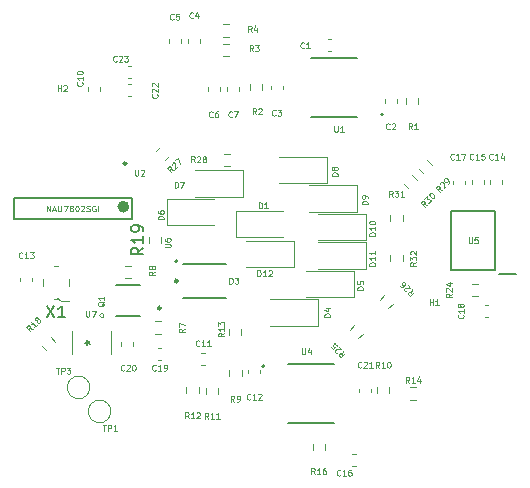
<source format=gbr>
%TF.GenerationSoftware,KiCad,Pcbnew,(6.0.0)*%
%TF.CreationDate,2023-06-19T18:06:32-05:00*%
%TF.ProjectId,RoundScanner,526f756e-6453-4636-916e-6e65722e6b69,1.0*%
%TF.SameCoordinates,Original*%
%TF.FileFunction,Legend,Top*%
%TF.FilePolarity,Positive*%
%FSLAX46Y46*%
G04 Gerber Fmt 4.6, Leading zero omitted, Abs format (unit mm)*
G04 Created by KiCad (PCBNEW (6.0.0)) date 2023-06-19 18:06:32*
%MOMM*%
%LPD*%
G01*
G04 APERTURE LIST*
%ADD10C,0.125000*%
%ADD11C,0.150000*%
%ADD12C,0.120000*%
%ADD13C,0.250000*%
%ADD14C,0.500000*%
%ADD15C,0.127000*%
%ADD16C,0.200000*%
G04 APERTURE END LIST*
D10*
%TO.C,D8*%
X95476190Y-102223047D02*
X94976190Y-102223047D01*
X94976190Y-102104000D01*
X95000000Y-102032571D01*
X95047619Y-101984952D01*
X95095238Y-101961142D01*
X95190476Y-101937333D01*
X95261904Y-101937333D01*
X95357142Y-101961142D01*
X95404761Y-101984952D01*
X95452380Y-102032571D01*
X95476190Y-102104000D01*
X95476190Y-102223047D01*
X95190476Y-101651619D02*
X95166666Y-101699238D01*
X95142857Y-101723047D01*
X95095238Y-101746857D01*
X95071428Y-101746857D01*
X95023809Y-101723047D01*
X95000000Y-101699238D01*
X94976190Y-101651619D01*
X94976190Y-101556380D01*
X95000000Y-101508761D01*
X95023809Y-101484952D01*
X95071428Y-101461142D01*
X95095238Y-101461142D01*
X95142857Y-101484952D01*
X95166666Y-101508761D01*
X95190476Y-101556380D01*
X95190476Y-101651619D01*
X95214285Y-101699238D01*
X95238095Y-101723047D01*
X95285714Y-101746857D01*
X95380952Y-101746857D01*
X95428571Y-101723047D01*
X95452380Y-101699238D01*
X95476190Y-101651619D01*
X95476190Y-101556380D01*
X95452380Y-101508761D01*
X95428571Y-101484952D01*
X95380952Y-101461142D01*
X95285714Y-101461142D01*
X95238095Y-101484952D01*
X95214285Y-101508761D01*
X95190476Y-101556380D01*
%TO.C,C7*%
X86530666Y-97206571D02*
X86506857Y-97230380D01*
X86435428Y-97254190D01*
X86387809Y-97254190D01*
X86316380Y-97230380D01*
X86268761Y-97182761D01*
X86244952Y-97135142D01*
X86221142Y-97039904D01*
X86221142Y-96968476D01*
X86244952Y-96873238D01*
X86268761Y-96825619D01*
X86316380Y-96778000D01*
X86387809Y-96754190D01*
X86435428Y-96754190D01*
X86506857Y-96778000D01*
X86530666Y-96801809D01*
X86697333Y-96754190D02*
X87030666Y-96754190D01*
X86816380Y-97254190D01*
%TO.C,C13*%
X68766571Y-109144571D02*
X68742761Y-109168380D01*
X68671333Y-109192190D01*
X68623714Y-109192190D01*
X68552285Y-109168380D01*
X68504666Y-109120761D01*
X68480857Y-109073142D01*
X68457047Y-108977904D01*
X68457047Y-108906476D01*
X68480857Y-108811238D01*
X68504666Y-108763619D01*
X68552285Y-108716000D01*
X68623714Y-108692190D01*
X68671333Y-108692190D01*
X68742761Y-108716000D01*
X68766571Y-108739809D01*
X69242761Y-109192190D02*
X68957047Y-109192190D01*
X69099904Y-109192190D02*
X69099904Y-108692190D01*
X69052285Y-108763619D01*
X69004666Y-108811238D01*
X68957047Y-108835047D01*
X69409428Y-108692190D02*
X69718952Y-108692190D01*
X69552285Y-108882666D01*
X69623714Y-108882666D01*
X69671333Y-108906476D01*
X69695142Y-108930285D01*
X69718952Y-108977904D01*
X69718952Y-109096952D01*
X69695142Y-109144571D01*
X69671333Y-109168380D01*
X69623714Y-109192190D01*
X69480857Y-109192190D01*
X69433238Y-109168380D01*
X69409428Y-109144571D01*
%TO.C,R29*%
X104326656Y-103384225D02*
X104040446Y-103333717D01*
X104124625Y-103586255D02*
X103771072Y-103232702D01*
X103905759Y-103098015D01*
X103956267Y-103081179D01*
X103989938Y-103081179D01*
X104040446Y-103098015D01*
X104090954Y-103148522D01*
X104107790Y-103199030D01*
X104107790Y-103232702D01*
X104090954Y-103283209D01*
X103956267Y-103417896D01*
X104141461Y-102929656D02*
X104141461Y-102895984D01*
X104158297Y-102845477D01*
X104242477Y-102761297D01*
X104292984Y-102744461D01*
X104326656Y-102744461D01*
X104377164Y-102761297D01*
X104410835Y-102794969D01*
X104444507Y-102862312D01*
X104444507Y-103266374D01*
X104663374Y-103047507D01*
X104831732Y-102879148D02*
X104899076Y-102811805D01*
X104915912Y-102761297D01*
X104915912Y-102727625D01*
X104899076Y-102643446D01*
X104848568Y-102559267D01*
X104713881Y-102424580D01*
X104663374Y-102407744D01*
X104629702Y-102407744D01*
X104579194Y-102424580D01*
X104511851Y-102491923D01*
X104495015Y-102542431D01*
X104495015Y-102576103D01*
X104511851Y-102626610D01*
X104596030Y-102710790D01*
X104646538Y-102727625D01*
X104680209Y-102727625D01*
X104730717Y-102710790D01*
X104798061Y-102643446D01*
X104814896Y-102592938D01*
X104814896Y-102559267D01*
X104798061Y-102508759D01*
%TO.C,R1*%
X101770666Y-98270190D02*
X101604000Y-98032095D01*
X101484952Y-98270190D02*
X101484952Y-97770190D01*
X101675428Y-97770190D01*
X101723047Y-97794000D01*
X101746857Y-97817809D01*
X101770666Y-97865428D01*
X101770666Y-97936857D01*
X101746857Y-97984476D01*
X101723047Y-98008285D01*
X101675428Y-98032095D01*
X101484952Y-98032095D01*
X102246857Y-98270190D02*
X101961142Y-98270190D01*
X102104000Y-98270190D02*
X102104000Y-97770190D01*
X102056380Y-97841619D01*
X102008761Y-97889238D01*
X101961142Y-97913047D01*
%TO.C,C3*%
X90213666Y-97079571D02*
X90189857Y-97103380D01*
X90118428Y-97127190D01*
X90070809Y-97127190D01*
X89999380Y-97103380D01*
X89951761Y-97055761D01*
X89927952Y-97008142D01*
X89904142Y-96912904D01*
X89904142Y-96841476D01*
X89927952Y-96746238D01*
X89951761Y-96698619D01*
X89999380Y-96651000D01*
X90070809Y-96627190D01*
X90118428Y-96627190D01*
X90189857Y-96651000D01*
X90213666Y-96674809D01*
X90380333Y-96627190D02*
X90689857Y-96627190D01*
X90523190Y-96817666D01*
X90594619Y-96817666D01*
X90642238Y-96841476D01*
X90666047Y-96865285D01*
X90689857Y-96912904D01*
X90689857Y-97031952D01*
X90666047Y-97079571D01*
X90642238Y-97103380D01*
X90594619Y-97127190D01*
X90451761Y-97127190D01*
X90404142Y-97103380D01*
X90380333Y-97079571D01*
%TO.C,C5*%
X81577666Y-88951571D02*
X81553857Y-88975380D01*
X81482428Y-88999190D01*
X81434809Y-88999190D01*
X81363380Y-88975380D01*
X81315761Y-88927761D01*
X81291952Y-88880142D01*
X81268142Y-88784904D01*
X81268142Y-88713476D01*
X81291952Y-88618238D01*
X81315761Y-88570619D01*
X81363380Y-88523000D01*
X81434809Y-88499190D01*
X81482428Y-88499190D01*
X81553857Y-88523000D01*
X81577666Y-88546809D01*
X82030047Y-88499190D02*
X81791952Y-88499190D01*
X81768142Y-88737285D01*
X81791952Y-88713476D01*
X81839571Y-88689666D01*
X81958619Y-88689666D01*
X82006238Y-88713476D01*
X82030047Y-88737285D01*
X82053857Y-88784904D01*
X82053857Y-88903952D01*
X82030047Y-88951571D01*
X82006238Y-88975380D01*
X81958619Y-88999190D01*
X81839571Y-88999190D01*
X81791952Y-88975380D01*
X81768142Y-88951571D01*
%TO.C,Q1*%
X75711809Y-112896869D02*
X75688000Y-112944488D01*
X75640380Y-112992107D01*
X75568952Y-113063535D01*
X75545142Y-113111154D01*
X75545142Y-113158773D01*
X75664190Y-113134964D02*
X75640380Y-113182583D01*
X75592761Y-113230202D01*
X75497523Y-113254011D01*
X75330857Y-113254011D01*
X75235619Y-113230202D01*
X75188000Y-113182583D01*
X75164190Y-113134964D01*
X75164190Y-113039726D01*
X75188000Y-112992107D01*
X75235619Y-112944488D01*
X75330857Y-112920678D01*
X75497523Y-112920678D01*
X75592761Y-112944488D01*
X75640380Y-112992107D01*
X75664190Y-113039726D01*
X75664190Y-113134964D01*
X75664190Y-112444488D02*
X75664190Y-112730202D01*
X75664190Y-112587345D02*
X75164190Y-112587345D01*
X75235619Y-112634964D01*
X75283238Y-112682583D01*
X75307047Y-112730202D01*
%TO.C,R16*%
X93531571Y-127480190D02*
X93364904Y-127242095D01*
X93245857Y-127480190D02*
X93245857Y-126980190D01*
X93436333Y-126980190D01*
X93483952Y-127004000D01*
X93507761Y-127027809D01*
X93531571Y-127075428D01*
X93531571Y-127146857D01*
X93507761Y-127194476D01*
X93483952Y-127218285D01*
X93436333Y-127242095D01*
X93245857Y-127242095D01*
X94007761Y-127480190D02*
X93722047Y-127480190D01*
X93864904Y-127480190D02*
X93864904Y-126980190D01*
X93817285Y-127051619D01*
X93769666Y-127099238D01*
X93722047Y-127123047D01*
X94436333Y-126980190D02*
X94341095Y-126980190D01*
X94293476Y-127004000D01*
X94269666Y-127027809D01*
X94222047Y-127099238D01*
X94198238Y-127194476D01*
X94198238Y-127384952D01*
X94222047Y-127432571D01*
X94245857Y-127456380D01*
X94293476Y-127480190D01*
X94388714Y-127480190D01*
X94436333Y-127456380D01*
X94460142Y-127432571D01*
X94483952Y-127384952D01*
X94483952Y-127265904D01*
X94460142Y-127218285D01*
X94436333Y-127194476D01*
X94388714Y-127170666D01*
X94293476Y-127170666D01*
X94245857Y-127194476D01*
X94222047Y-127218285D01*
X94198238Y-127265904D01*
%TO.C,R4*%
X88181666Y-90015190D02*
X88015000Y-89777095D01*
X87895952Y-90015190D02*
X87895952Y-89515190D01*
X88086428Y-89515190D01*
X88134047Y-89539000D01*
X88157857Y-89562809D01*
X88181666Y-89610428D01*
X88181666Y-89681857D01*
X88157857Y-89729476D01*
X88134047Y-89753285D01*
X88086428Y-89777095D01*
X87895952Y-89777095D01*
X88610238Y-89681857D02*
X88610238Y-90015190D01*
X88491190Y-89491380D02*
X88372142Y-89848523D01*
X88681666Y-89848523D01*
%TO.C,R13*%
X85857190Y-115540428D02*
X85619095Y-115707095D01*
X85857190Y-115826142D02*
X85357190Y-115826142D01*
X85357190Y-115635666D01*
X85381000Y-115588047D01*
X85404809Y-115564238D01*
X85452428Y-115540428D01*
X85523857Y-115540428D01*
X85571476Y-115564238D01*
X85595285Y-115588047D01*
X85619095Y-115635666D01*
X85619095Y-115826142D01*
X85857190Y-115064238D02*
X85857190Y-115349952D01*
X85857190Y-115207095D02*
X85357190Y-115207095D01*
X85428619Y-115254714D01*
X85476238Y-115302333D01*
X85500047Y-115349952D01*
X85357190Y-114897571D02*
X85357190Y-114588047D01*
X85547666Y-114754714D01*
X85547666Y-114683285D01*
X85571476Y-114635666D01*
X85595285Y-114611857D01*
X85642904Y-114588047D01*
X85761952Y-114588047D01*
X85809571Y-114611857D01*
X85833380Y-114635666D01*
X85857190Y-114683285D01*
X85857190Y-114826142D01*
X85833380Y-114873761D01*
X85809571Y-114897571D01*
%TO.C,C20*%
X77402571Y-118669571D02*
X77378761Y-118693380D01*
X77307333Y-118717190D01*
X77259714Y-118717190D01*
X77188285Y-118693380D01*
X77140666Y-118645761D01*
X77116857Y-118598142D01*
X77093047Y-118502904D01*
X77093047Y-118431476D01*
X77116857Y-118336238D01*
X77140666Y-118288619D01*
X77188285Y-118241000D01*
X77259714Y-118217190D01*
X77307333Y-118217190D01*
X77378761Y-118241000D01*
X77402571Y-118264809D01*
X77593047Y-118264809D02*
X77616857Y-118241000D01*
X77664476Y-118217190D01*
X77783523Y-118217190D01*
X77831142Y-118241000D01*
X77854952Y-118264809D01*
X77878761Y-118312428D01*
X77878761Y-118360047D01*
X77854952Y-118431476D01*
X77569238Y-118717190D01*
X77878761Y-118717190D01*
X78188285Y-118217190D02*
X78235904Y-118217190D01*
X78283523Y-118241000D01*
X78307333Y-118264809D01*
X78331142Y-118312428D01*
X78354952Y-118407666D01*
X78354952Y-118526714D01*
X78331142Y-118621952D01*
X78307333Y-118669571D01*
X78283523Y-118693380D01*
X78235904Y-118717190D01*
X78188285Y-118717190D01*
X78140666Y-118693380D01*
X78116857Y-118669571D01*
X78093047Y-118621952D01*
X78069238Y-118526714D01*
X78069238Y-118407666D01*
X78093047Y-118312428D01*
X78116857Y-118264809D01*
X78140666Y-118241000D01*
X78188285Y-118217190D01*
%TO.C,TP1*%
X75569047Y-123297190D02*
X75854761Y-123297190D01*
X75711904Y-123797190D02*
X75711904Y-123297190D01*
X76021428Y-123797190D02*
X76021428Y-123297190D01*
X76211904Y-123297190D01*
X76259523Y-123321000D01*
X76283333Y-123344809D01*
X76307142Y-123392428D01*
X76307142Y-123463857D01*
X76283333Y-123511476D01*
X76259523Y-123535285D01*
X76211904Y-123559095D01*
X76021428Y-123559095D01*
X76783333Y-123797190D02*
X76497619Y-123797190D01*
X76640476Y-123797190D02*
X76640476Y-123297190D01*
X76592857Y-123368619D01*
X76545238Y-123416238D01*
X76497619Y-123440047D01*
%TO.C,R7*%
X82509190Y-115152333D02*
X82271095Y-115319000D01*
X82509190Y-115438047D02*
X82009190Y-115438047D01*
X82009190Y-115247571D01*
X82033000Y-115199952D01*
X82056809Y-115176142D01*
X82104428Y-115152333D01*
X82175857Y-115152333D01*
X82223476Y-115176142D01*
X82247285Y-115199952D01*
X82271095Y-115247571D01*
X82271095Y-115438047D01*
X82009190Y-114985666D02*
X82009190Y-114652333D01*
X82509190Y-114866619D01*
%TO.C,H2*%
X71755047Y-95032190D02*
X71755047Y-94532190D01*
X71755047Y-94770285D02*
X72040761Y-94770285D01*
X72040761Y-95032190D02*
X72040761Y-94532190D01*
X72255047Y-94579809D02*
X72278857Y-94556000D01*
X72326476Y-94532190D01*
X72445523Y-94532190D01*
X72493142Y-94556000D01*
X72516952Y-94579809D01*
X72540761Y-94627428D01*
X72540761Y-94675047D01*
X72516952Y-94746476D01*
X72231238Y-95032190D01*
X72540761Y-95032190D01*
%TO.C,C2*%
X99865666Y-98222571D02*
X99841857Y-98246380D01*
X99770428Y-98270190D01*
X99722809Y-98270190D01*
X99651380Y-98246380D01*
X99603761Y-98198761D01*
X99579952Y-98151142D01*
X99556142Y-98055904D01*
X99556142Y-97984476D01*
X99579952Y-97889238D01*
X99603761Y-97841619D01*
X99651380Y-97794000D01*
X99722809Y-97770190D01*
X99770428Y-97770190D01*
X99841857Y-97794000D01*
X99865666Y-97817809D01*
X100056142Y-97817809D02*
X100079952Y-97794000D01*
X100127571Y-97770190D01*
X100246619Y-97770190D01*
X100294238Y-97794000D01*
X100318047Y-97817809D01*
X100341857Y-97865428D01*
X100341857Y-97913047D01*
X100318047Y-97984476D01*
X100032333Y-98270190D01*
X100341857Y-98270190D01*
%TO.C,C14*%
X108609571Y-100797571D02*
X108585761Y-100821380D01*
X108514333Y-100845190D01*
X108466714Y-100845190D01*
X108395285Y-100821380D01*
X108347666Y-100773761D01*
X108323857Y-100726142D01*
X108300047Y-100630904D01*
X108300047Y-100559476D01*
X108323857Y-100464238D01*
X108347666Y-100416619D01*
X108395285Y-100369000D01*
X108466714Y-100345190D01*
X108514333Y-100345190D01*
X108585761Y-100369000D01*
X108609571Y-100392809D01*
X109085761Y-100845190D02*
X108800047Y-100845190D01*
X108942904Y-100845190D02*
X108942904Y-100345190D01*
X108895285Y-100416619D01*
X108847666Y-100464238D01*
X108800047Y-100488047D01*
X109514333Y-100511857D02*
X109514333Y-100845190D01*
X109395285Y-100321380D02*
X109276238Y-100678523D01*
X109585761Y-100678523D01*
%TO.C,D12*%
X88673857Y-110709190D02*
X88673857Y-110209190D01*
X88792904Y-110209190D01*
X88864333Y-110233000D01*
X88911952Y-110280619D01*
X88935761Y-110328238D01*
X88959571Y-110423476D01*
X88959571Y-110494904D01*
X88935761Y-110590142D01*
X88911952Y-110637761D01*
X88864333Y-110685380D01*
X88792904Y-110709190D01*
X88673857Y-110709190D01*
X89435761Y-110709190D02*
X89150047Y-110709190D01*
X89292904Y-110709190D02*
X89292904Y-110209190D01*
X89245285Y-110280619D01*
X89197666Y-110328238D01*
X89150047Y-110352047D01*
X89626238Y-110256809D02*
X89650047Y-110233000D01*
X89697666Y-110209190D01*
X89816714Y-110209190D01*
X89864333Y-110233000D01*
X89888142Y-110256809D01*
X89911952Y-110304428D01*
X89911952Y-110352047D01*
X89888142Y-110423476D01*
X89602428Y-110709190D01*
X89911952Y-110709190D01*
%TO.C,D10*%
X98651190Y-107287142D02*
X98151190Y-107287142D01*
X98151190Y-107168095D01*
X98175000Y-107096666D01*
X98222619Y-107049047D01*
X98270238Y-107025238D01*
X98365476Y-107001428D01*
X98436904Y-107001428D01*
X98532142Y-107025238D01*
X98579761Y-107049047D01*
X98627380Y-107096666D01*
X98651190Y-107168095D01*
X98651190Y-107287142D01*
X98651190Y-106525238D02*
X98651190Y-106810952D01*
X98651190Y-106668095D02*
X98151190Y-106668095D01*
X98222619Y-106715714D01*
X98270238Y-106763333D01*
X98294047Y-106810952D01*
X98151190Y-106215714D02*
X98151190Y-106168095D01*
X98175000Y-106120476D01*
X98198809Y-106096666D01*
X98246428Y-106072857D01*
X98341666Y-106049047D01*
X98460714Y-106049047D01*
X98555952Y-106072857D01*
X98603571Y-106096666D01*
X98627380Y-106120476D01*
X98651190Y-106168095D01*
X98651190Y-106215714D01*
X98627380Y-106263333D01*
X98603571Y-106287142D01*
X98555952Y-106310952D01*
X98460714Y-106334761D01*
X98341666Y-106334761D01*
X98246428Y-106310952D01*
X98198809Y-106287142D01*
X98175000Y-106263333D01*
X98151190Y-106215714D01*
%TO.C,D5*%
X97635190Y-111875047D02*
X97135190Y-111875047D01*
X97135190Y-111756000D01*
X97159000Y-111684571D01*
X97206619Y-111636952D01*
X97254238Y-111613142D01*
X97349476Y-111589333D01*
X97420904Y-111589333D01*
X97516142Y-111613142D01*
X97563761Y-111636952D01*
X97611380Y-111684571D01*
X97635190Y-111756000D01*
X97635190Y-111875047D01*
X97135190Y-111136952D02*
X97135190Y-111375047D01*
X97373285Y-111398857D01*
X97349476Y-111375047D01*
X97325666Y-111327428D01*
X97325666Y-111208380D01*
X97349476Y-111160761D01*
X97373285Y-111136952D01*
X97420904Y-111113142D01*
X97539952Y-111113142D01*
X97587571Y-111136952D01*
X97611380Y-111160761D01*
X97635190Y-111208380D01*
X97635190Y-111327428D01*
X97611380Y-111375047D01*
X97587571Y-111398857D01*
%TO.C,C16*%
X95690571Y-127559571D02*
X95666761Y-127583380D01*
X95595333Y-127607190D01*
X95547714Y-127607190D01*
X95476285Y-127583380D01*
X95428666Y-127535761D01*
X95404857Y-127488142D01*
X95381047Y-127392904D01*
X95381047Y-127321476D01*
X95404857Y-127226238D01*
X95428666Y-127178619D01*
X95476285Y-127131000D01*
X95547714Y-127107190D01*
X95595333Y-127107190D01*
X95666761Y-127131000D01*
X95690571Y-127154809D01*
X96166761Y-127607190D02*
X95881047Y-127607190D01*
X96023904Y-127607190D02*
X96023904Y-127107190D01*
X95976285Y-127178619D01*
X95928666Y-127226238D01*
X95881047Y-127250047D01*
X96595333Y-127107190D02*
X96500095Y-127107190D01*
X96452476Y-127131000D01*
X96428666Y-127154809D01*
X96381047Y-127226238D01*
X96357238Y-127321476D01*
X96357238Y-127511952D01*
X96381047Y-127559571D01*
X96404857Y-127583380D01*
X96452476Y-127607190D01*
X96547714Y-127607190D01*
X96595333Y-127583380D01*
X96619142Y-127559571D01*
X96642952Y-127511952D01*
X96642952Y-127392904D01*
X96619142Y-127345285D01*
X96595333Y-127321476D01*
X96547714Y-127297666D01*
X96452476Y-127297666D01*
X96404857Y-127321476D01*
X96381047Y-127345285D01*
X96357238Y-127392904D01*
%TO.C,D9*%
X98016190Y-104636047D02*
X97516190Y-104636047D01*
X97516190Y-104517000D01*
X97540000Y-104445571D01*
X97587619Y-104397952D01*
X97635238Y-104374142D01*
X97730476Y-104350333D01*
X97801904Y-104350333D01*
X97897142Y-104374142D01*
X97944761Y-104397952D01*
X97992380Y-104445571D01*
X98016190Y-104517000D01*
X98016190Y-104636047D01*
X98016190Y-104112238D02*
X98016190Y-104017000D01*
X97992380Y-103969380D01*
X97968571Y-103945571D01*
X97897142Y-103897952D01*
X97801904Y-103874142D01*
X97611428Y-103874142D01*
X97563809Y-103897952D01*
X97540000Y-103921761D01*
X97516190Y-103969380D01*
X97516190Y-104064619D01*
X97540000Y-104112238D01*
X97563809Y-104136047D01*
X97611428Y-104159857D01*
X97730476Y-104159857D01*
X97778095Y-104136047D01*
X97801904Y-104112238D01*
X97825714Y-104064619D01*
X97825714Y-103969380D01*
X97801904Y-103921761D01*
X97778095Y-103897952D01*
X97730476Y-103874142D01*
%TO.C,C17*%
X105309571Y-100797571D02*
X105285761Y-100821380D01*
X105214333Y-100845190D01*
X105166714Y-100845190D01*
X105095285Y-100821380D01*
X105047666Y-100773761D01*
X105023857Y-100726142D01*
X105000047Y-100630904D01*
X105000047Y-100559476D01*
X105023857Y-100464238D01*
X105047666Y-100416619D01*
X105095285Y-100369000D01*
X105166714Y-100345190D01*
X105214333Y-100345190D01*
X105285761Y-100369000D01*
X105309571Y-100392809D01*
X105785761Y-100845190D02*
X105500047Y-100845190D01*
X105642904Y-100845190D02*
X105642904Y-100345190D01*
X105595285Y-100416619D01*
X105547666Y-100464238D01*
X105500047Y-100488047D01*
X105952428Y-100345190D02*
X106285761Y-100345190D01*
X106071476Y-100845190D01*
%TO.C,U2*%
X78305297Y-101707190D02*
X78305297Y-102111952D01*
X78329107Y-102159571D01*
X78352916Y-102183380D01*
X78400535Y-102207190D01*
X78495773Y-102207190D01*
X78543392Y-102183380D01*
X78567202Y-102159571D01*
X78591011Y-102111952D01*
X78591011Y-101707190D01*
X78805297Y-101754809D02*
X78829107Y-101731000D01*
X78876726Y-101707190D01*
X78995773Y-101707190D01*
X79043392Y-101731000D01*
X79067202Y-101754809D01*
X79091011Y-101802428D01*
X79091011Y-101850047D01*
X79067202Y-101921476D01*
X78781488Y-102207190D01*
X79091011Y-102207190D01*
X70846428Y-105236690D02*
X70846428Y-104736690D01*
X71132142Y-105236690D01*
X71132142Y-104736690D01*
X71346428Y-105093833D02*
X71584523Y-105093833D01*
X71298809Y-105236690D02*
X71465476Y-104736690D01*
X71632142Y-105236690D01*
X71798809Y-104736690D02*
X71798809Y-105141452D01*
X71822619Y-105189071D01*
X71846428Y-105212880D01*
X71894047Y-105236690D01*
X71989285Y-105236690D01*
X72036904Y-105212880D01*
X72060714Y-105189071D01*
X72084523Y-105141452D01*
X72084523Y-104736690D01*
X72275000Y-104736690D02*
X72608333Y-104736690D01*
X72394047Y-105236690D01*
X72870238Y-104950976D02*
X72822619Y-104927166D01*
X72798809Y-104903357D01*
X72775000Y-104855738D01*
X72775000Y-104831928D01*
X72798809Y-104784309D01*
X72822619Y-104760500D01*
X72870238Y-104736690D01*
X72965476Y-104736690D01*
X73013095Y-104760500D01*
X73036904Y-104784309D01*
X73060714Y-104831928D01*
X73060714Y-104855738D01*
X73036904Y-104903357D01*
X73013095Y-104927166D01*
X72965476Y-104950976D01*
X72870238Y-104950976D01*
X72822619Y-104974785D01*
X72798809Y-104998595D01*
X72775000Y-105046214D01*
X72775000Y-105141452D01*
X72798809Y-105189071D01*
X72822619Y-105212880D01*
X72870238Y-105236690D01*
X72965476Y-105236690D01*
X73013095Y-105212880D01*
X73036904Y-105189071D01*
X73060714Y-105141452D01*
X73060714Y-105046214D01*
X73036904Y-104998595D01*
X73013095Y-104974785D01*
X72965476Y-104950976D01*
X73370238Y-104736690D02*
X73417857Y-104736690D01*
X73465476Y-104760500D01*
X73489285Y-104784309D01*
X73513095Y-104831928D01*
X73536904Y-104927166D01*
X73536904Y-105046214D01*
X73513095Y-105141452D01*
X73489285Y-105189071D01*
X73465476Y-105212880D01*
X73417857Y-105236690D01*
X73370238Y-105236690D01*
X73322619Y-105212880D01*
X73298809Y-105189071D01*
X73275000Y-105141452D01*
X73251190Y-105046214D01*
X73251190Y-104927166D01*
X73275000Y-104831928D01*
X73298809Y-104784309D01*
X73322619Y-104760500D01*
X73370238Y-104736690D01*
X73727380Y-104784309D02*
X73751190Y-104760500D01*
X73798809Y-104736690D01*
X73917857Y-104736690D01*
X73965476Y-104760500D01*
X73989285Y-104784309D01*
X74013095Y-104831928D01*
X74013095Y-104879547D01*
X73989285Y-104950976D01*
X73703571Y-105236690D01*
X74013095Y-105236690D01*
X74203571Y-105212880D02*
X74275000Y-105236690D01*
X74394047Y-105236690D01*
X74441666Y-105212880D01*
X74465476Y-105189071D01*
X74489285Y-105141452D01*
X74489285Y-105093833D01*
X74465476Y-105046214D01*
X74441666Y-105022404D01*
X74394047Y-104998595D01*
X74298809Y-104974785D01*
X74251190Y-104950976D01*
X74227380Y-104927166D01*
X74203571Y-104879547D01*
X74203571Y-104831928D01*
X74227380Y-104784309D01*
X74251190Y-104760500D01*
X74298809Y-104736690D01*
X74417857Y-104736690D01*
X74489285Y-104760500D01*
X74965476Y-104760500D02*
X74917857Y-104736690D01*
X74846428Y-104736690D01*
X74775000Y-104760500D01*
X74727380Y-104808119D01*
X74703571Y-104855738D01*
X74679761Y-104950976D01*
X74679761Y-105022404D01*
X74703571Y-105117642D01*
X74727380Y-105165261D01*
X74775000Y-105212880D01*
X74846428Y-105236690D01*
X74894047Y-105236690D01*
X74965476Y-105212880D01*
X74989285Y-105189071D01*
X74989285Y-105022404D01*
X74894047Y-105022404D01*
X75203571Y-105236690D02*
X75203571Y-104736690D01*
%TO.C,R2*%
X88562666Y-97000190D02*
X88396000Y-96762095D01*
X88276952Y-97000190D02*
X88276952Y-96500190D01*
X88467428Y-96500190D01*
X88515047Y-96524000D01*
X88538857Y-96547809D01*
X88562666Y-96595428D01*
X88562666Y-96666857D01*
X88538857Y-96714476D01*
X88515047Y-96738285D01*
X88467428Y-96762095D01*
X88276952Y-96762095D01*
X88753142Y-96547809D02*
X88776952Y-96524000D01*
X88824571Y-96500190D01*
X88943619Y-96500190D01*
X88991238Y-96524000D01*
X89015047Y-96547809D01*
X89038857Y-96595428D01*
X89038857Y-96643047D01*
X89015047Y-96714476D01*
X88729333Y-97000190D01*
X89038857Y-97000190D01*
%TO.C,U4*%
X92440710Y-116839190D02*
X92440710Y-117243952D01*
X92464520Y-117291571D01*
X92488329Y-117315380D01*
X92535948Y-117339190D01*
X92631186Y-117339190D01*
X92678805Y-117315380D01*
X92702615Y-117291571D01*
X92726424Y-117243952D01*
X92726424Y-116839190D01*
X93178805Y-117005857D02*
X93178805Y-117339190D01*
X93059758Y-116815380D02*
X92940710Y-117172523D01*
X93250234Y-117172523D01*
%TO.C,D4*%
X94841190Y-114161047D02*
X94341190Y-114161047D01*
X94341190Y-114042000D01*
X94365000Y-113970571D01*
X94412619Y-113922952D01*
X94460238Y-113899142D01*
X94555476Y-113875333D01*
X94626904Y-113875333D01*
X94722142Y-113899142D01*
X94769761Y-113922952D01*
X94817380Y-113970571D01*
X94841190Y-114042000D01*
X94841190Y-114161047D01*
X94507857Y-113446761D02*
X94841190Y-113446761D01*
X94317380Y-113565809D02*
X94674523Y-113684857D01*
X94674523Y-113375333D01*
%TO.C,R12*%
X82863571Y-122757690D02*
X82696904Y-122519595D01*
X82577857Y-122757690D02*
X82577857Y-122257690D01*
X82768333Y-122257690D01*
X82815952Y-122281500D01*
X82839761Y-122305309D01*
X82863571Y-122352928D01*
X82863571Y-122424357D01*
X82839761Y-122471976D01*
X82815952Y-122495785D01*
X82768333Y-122519595D01*
X82577857Y-122519595D01*
X83339761Y-122757690D02*
X83054047Y-122757690D01*
X83196904Y-122757690D02*
X83196904Y-122257690D01*
X83149285Y-122329119D01*
X83101666Y-122376738D01*
X83054047Y-122400547D01*
X83530238Y-122305309D02*
X83554047Y-122281500D01*
X83601666Y-122257690D01*
X83720714Y-122257690D01*
X83768333Y-122281500D01*
X83792142Y-122305309D01*
X83815952Y-122352928D01*
X83815952Y-122400547D01*
X83792142Y-122471976D01*
X83506428Y-122757690D01*
X83815952Y-122757690D01*
%TO.C,C11*%
X83759571Y-116597571D02*
X83735761Y-116621380D01*
X83664333Y-116645190D01*
X83616714Y-116645190D01*
X83545285Y-116621380D01*
X83497666Y-116573761D01*
X83473857Y-116526142D01*
X83450047Y-116430904D01*
X83450047Y-116359476D01*
X83473857Y-116264238D01*
X83497666Y-116216619D01*
X83545285Y-116169000D01*
X83616714Y-116145190D01*
X83664333Y-116145190D01*
X83735761Y-116169000D01*
X83759571Y-116192809D01*
X84235761Y-116645190D02*
X83950047Y-116645190D01*
X84092904Y-116645190D02*
X84092904Y-116145190D01*
X84045285Y-116216619D01*
X83997666Y-116264238D01*
X83950047Y-116288047D01*
X84711952Y-116645190D02*
X84426238Y-116645190D01*
X84569095Y-116645190D02*
X84569095Y-116145190D01*
X84521476Y-116216619D01*
X84473857Y-116264238D01*
X84426238Y-116288047D01*
%TO.C,C6*%
X84879666Y-97206571D02*
X84855857Y-97230380D01*
X84784428Y-97254190D01*
X84736809Y-97254190D01*
X84665380Y-97230380D01*
X84617761Y-97182761D01*
X84593952Y-97135142D01*
X84570142Y-97039904D01*
X84570142Y-96968476D01*
X84593952Y-96873238D01*
X84617761Y-96825619D01*
X84665380Y-96778000D01*
X84736809Y-96754190D01*
X84784428Y-96754190D01*
X84855857Y-96778000D01*
X84879666Y-96801809D01*
X85308238Y-96754190D02*
X85213000Y-96754190D01*
X85165380Y-96778000D01*
X85141571Y-96801809D01*
X85093952Y-96873238D01*
X85070142Y-96968476D01*
X85070142Y-97158952D01*
X85093952Y-97206571D01*
X85117761Y-97230380D01*
X85165380Y-97254190D01*
X85260619Y-97254190D01*
X85308238Y-97230380D01*
X85332047Y-97206571D01*
X85355857Y-97158952D01*
X85355857Y-97039904D01*
X85332047Y-96992285D01*
X85308238Y-96968476D01*
X85260619Y-96944666D01*
X85165380Y-96944666D01*
X85117761Y-96968476D01*
X85093952Y-96992285D01*
X85070142Y-97039904D01*
%TO.C,R28*%
X83371571Y-101064190D02*
X83204904Y-100826095D01*
X83085857Y-101064190D02*
X83085857Y-100564190D01*
X83276333Y-100564190D01*
X83323952Y-100588000D01*
X83347761Y-100611809D01*
X83371571Y-100659428D01*
X83371571Y-100730857D01*
X83347761Y-100778476D01*
X83323952Y-100802285D01*
X83276333Y-100826095D01*
X83085857Y-100826095D01*
X83562047Y-100611809D02*
X83585857Y-100588000D01*
X83633476Y-100564190D01*
X83752523Y-100564190D01*
X83800142Y-100588000D01*
X83823952Y-100611809D01*
X83847761Y-100659428D01*
X83847761Y-100707047D01*
X83823952Y-100778476D01*
X83538238Y-101064190D01*
X83847761Y-101064190D01*
X84133476Y-100778476D02*
X84085857Y-100754666D01*
X84062047Y-100730857D01*
X84038238Y-100683238D01*
X84038238Y-100659428D01*
X84062047Y-100611809D01*
X84085857Y-100588000D01*
X84133476Y-100564190D01*
X84228714Y-100564190D01*
X84276333Y-100588000D01*
X84300142Y-100611809D01*
X84323952Y-100659428D01*
X84323952Y-100683238D01*
X84300142Y-100730857D01*
X84276333Y-100754666D01*
X84228714Y-100778476D01*
X84133476Y-100778476D01*
X84085857Y-100802285D01*
X84062047Y-100826095D01*
X84038238Y-100873714D01*
X84038238Y-100968952D01*
X84062047Y-101016571D01*
X84085857Y-101040380D01*
X84133476Y-101064190D01*
X84228714Y-101064190D01*
X84276333Y-101040380D01*
X84300142Y-101016571D01*
X84323952Y-100968952D01*
X84323952Y-100873714D01*
X84300142Y-100826095D01*
X84276333Y-100802285D01*
X84228714Y-100778476D01*
%TO.C,R14*%
X101532571Y-119733190D02*
X101365904Y-119495095D01*
X101246857Y-119733190D02*
X101246857Y-119233190D01*
X101437333Y-119233190D01*
X101484952Y-119257000D01*
X101508761Y-119280809D01*
X101532571Y-119328428D01*
X101532571Y-119399857D01*
X101508761Y-119447476D01*
X101484952Y-119471285D01*
X101437333Y-119495095D01*
X101246857Y-119495095D01*
X102008761Y-119733190D02*
X101723047Y-119733190D01*
X101865904Y-119733190D02*
X101865904Y-119233190D01*
X101818285Y-119304619D01*
X101770666Y-119352238D01*
X101723047Y-119376047D01*
X102437333Y-119399857D02*
X102437333Y-119733190D01*
X102318285Y-119209380D02*
X102199238Y-119566523D01*
X102508761Y-119566523D01*
%TO.C,R8*%
X80009190Y-110325333D02*
X79771095Y-110492000D01*
X80009190Y-110611047D02*
X79509190Y-110611047D01*
X79509190Y-110420571D01*
X79533000Y-110372952D01*
X79556809Y-110349142D01*
X79604428Y-110325333D01*
X79675857Y-110325333D01*
X79723476Y-110349142D01*
X79747285Y-110372952D01*
X79771095Y-110420571D01*
X79771095Y-110611047D01*
X79723476Y-110039619D02*
X79699666Y-110087238D01*
X79675857Y-110111047D01*
X79628238Y-110134857D01*
X79604428Y-110134857D01*
X79556809Y-110111047D01*
X79533000Y-110087238D01*
X79509190Y-110039619D01*
X79509190Y-109944380D01*
X79533000Y-109896761D01*
X79556809Y-109872952D01*
X79604428Y-109849142D01*
X79628238Y-109849142D01*
X79675857Y-109872952D01*
X79699666Y-109896761D01*
X79723476Y-109944380D01*
X79723476Y-110039619D01*
X79747285Y-110087238D01*
X79771095Y-110111047D01*
X79818714Y-110134857D01*
X79913952Y-110134857D01*
X79961571Y-110111047D01*
X79985380Y-110087238D01*
X80009190Y-110039619D01*
X80009190Y-109944380D01*
X79985380Y-109896761D01*
X79961571Y-109872952D01*
X79913952Y-109849142D01*
X79818714Y-109849142D01*
X79771095Y-109872952D01*
X79747285Y-109896761D01*
X79723476Y-109944380D01*
%TO.C,R26*%
X101733225Y-111827343D02*
X101682717Y-112113553D01*
X101935255Y-112029374D02*
X101581702Y-112382927D01*
X101447015Y-112248240D01*
X101430179Y-112197732D01*
X101430179Y-112164061D01*
X101447015Y-112113553D01*
X101497522Y-112063045D01*
X101548030Y-112046209D01*
X101581702Y-112046209D01*
X101632209Y-112063045D01*
X101766896Y-112197732D01*
X101278656Y-112012538D02*
X101244984Y-112012538D01*
X101194477Y-111995702D01*
X101110297Y-111911522D01*
X101093461Y-111861015D01*
X101093461Y-111827343D01*
X101110297Y-111776835D01*
X101143969Y-111743164D01*
X101211312Y-111709492D01*
X101615374Y-111709492D01*
X101396507Y-111490625D01*
X100739908Y-111541133D02*
X100807251Y-111608477D01*
X100857759Y-111625312D01*
X100891431Y-111625312D01*
X100975610Y-111608477D01*
X101059790Y-111557969D01*
X101194477Y-111423282D01*
X101211312Y-111372774D01*
X101211312Y-111339103D01*
X101194477Y-111288595D01*
X101127133Y-111221251D01*
X101076625Y-111204416D01*
X101042954Y-111204416D01*
X100992446Y-111221251D01*
X100908267Y-111305431D01*
X100891431Y-111355938D01*
X100891431Y-111389610D01*
X100908267Y-111440118D01*
X100975610Y-111507461D01*
X101026118Y-111524297D01*
X101059790Y-111524297D01*
X101110297Y-111507461D01*
%TO.C,C10*%
X73838571Y-94301428D02*
X73862380Y-94325238D01*
X73886190Y-94396666D01*
X73886190Y-94444285D01*
X73862380Y-94515714D01*
X73814761Y-94563333D01*
X73767142Y-94587142D01*
X73671904Y-94610952D01*
X73600476Y-94610952D01*
X73505238Y-94587142D01*
X73457619Y-94563333D01*
X73410000Y-94515714D01*
X73386190Y-94444285D01*
X73386190Y-94396666D01*
X73410000Y-94325238D01*
X73433809Y-94301428D01*
X73886190Y-93825238D02*
X73886190Y-94110952D01*
X73886190Y-93968095D02*
X73386190Y-93968095D01*
X73457619Y-94015714D01*
X73505238Y-94063333D01*
X73529047Y-94110952D01*
X73386190Y-93515714D02*
X73386190Y-93468095D01*
X73410000Y-93420476D01*
X73433809Y-93396666D01*
X73481428Y-93372857D01*
X73576666Y-93349047D01*
X73695714Y-93349047D01*
X73790952Y-93372857D01*
X73838571Y-93396666D01*
X73862380Y-93420476D01*
X73886190Y-93468095D01*
X73886190Y-93515714D01*
X73862380Y-93563333D01*
X73838571Y-93587142D01*
X73790952Y-93610952D01*
X73695714Y-93634761D01*
X73576666Y-93634761D01*
X73481428Y-93610952D01*
X73433809Y-93587142D01*
X73410000Y-93563333D01*
X73386190Y-93515714D01*
%TO.C,H1*%
X103251047Y-113193190D02*
X103251047Y-112693190D01*
X103251047Y-112931285D02*
X103536761Y-112931285D01*
X103536761Y-113193190D02*
X103536761Y-112693190D01*
X104036761Y-113193190D02*
X103751047Y-113193190D01*
X103893904Y-113193190D02*
X103893904Y-112693190D01*
X103846285Y-112764619D01*
X103798666Y-112812238D01*
X103751047Y-112836047D01*
D11*
%TO.C,X1*%
X70818476Y-113204380D02*
X71485142Y-114204380D01*
X71485142Y-113204380D02*
X70818476Y-114204380D01*
X72389904Y-114204380D02*
X71818476Y-114204380D01*
X72104190Y-114204380D02*
X72104190Y-113204380D01*
X72008952Y-113347238D01*
X71913714Y-113442476D01*
X71818476Y-113490095D01*
D10*
%TO.C,R18*%
X69655656Y-115195225D02*
X69369446Y-115144717D01*
X69453625Y-115397255D02*
X69100072Y-115043702D01*
X69234759Y-114909015D01*
X69285267Y-114892179D01*
X69318938Y-114892179D01*
X69369446Y-114909015D01*
X69419954Y-114959522D01*
X69436790Y-115010030D01*
X69436790Y-115043702D01*
X69419954Y-115094209D01*
X69285267Y-115228896D01*
X69992374Y-114858507D02*
X69790343Y-115060538D01*
X69891358Y-114959522D02*
X69537805Y-114605969D01*
X69554641Y-114690148D01*
X69554641Y-114757492D01*
X69537805Y-114808000D01*
X69992374Y-114454446D02*
X69941866Y-114471282D01*
X69908194Y-114471282D01*
X69857687Y-114454446D01*
X69840851Y-114437610D01*
X69824015Y-114387103D01*
X69824015Y-114353431D01*
X69840851Y-114302923D01*
X69908194Y-114235580D01*
X69958702Y-114218744D01*
X69992374Y-114218744D01*
X70042881Y-114235580D01*
X70059717Y-114252416D01*
X70076553Y-114302923D01*
X70076553Y-114336595D01*
X70059717Y-114387103D01*
X69992374Y-114454446D01*
X69975538Y-114504954D01*
X69975538Y-114538625D01*
X69992374Y-114589133D01*
X70059717Y-114656477D01*
X70110225Y-114673312D01*
X70143896Y-114673312D01*
X70194404Y-114656477D01*
X70261748Y-114589133D01*
X70278583Y-114538625D01*
X70278583Y-114504954D01*
X70261748Y-114454446D01*
X70194404Y-114387103D01*
X70143896Y-114370267D01*
X70110225Y-114370267D01*
X70059717Y-114387103D01*
%TO.C,C15*%
X106959571Y-100797571D02*
X106935761Y-100821380D01*
X106864333Y-100845190D01*
X106816714Y-100845190D01*
X106745285Y-100821380D01*
X106697666Y-100773761D01*
X106673857Y-100726142D01*
X106650047Y-100630904D01*
X106650047Y-100559476D01*
X106673857Y-100464238D01*
X106697666Y-100416619D01*
X106745285Y-100369000D01*
X106816714Y-100345190D01*
X106864333Y-100345190D01*
X106935761Y-100369000D01*
X106959571Y-100392809D01*
X107435761Y-100845190D02*
X107150047Y-100845190D01*
X107292904Y-100845190D02*
X107292904Y-100345190D01*
X107245285Y-100416619D01*
X107197666Y-100464238D01*
X107150047Y-100488047D01*
X107888142Y-100345190D02*
X107650047Y-100345190D01*
X107626238Y-100583285D01*
X107650047Y-100559476D01*
X107697666Y-100535666D01*
X107816714Y-100535666D01*
X107864333Y-100559476D01*
X107888142Y-100583285D01*
X107911952Y-100630904D01*
X107911952Y-100749952D01*
X107888142Y-100797571D01*
X107864333Y-100821380D01*
X107816714Y-100845190D01*
X107697666Y-100845190D01*
X107650047Y-100821380D01*
X107626238Y-100797571D01*
%TO.C,R31*%
X100135571Y-103985190D02*
X99968904Y-103747095D01*
X99849857Y-103985190D02*
X99849857Y-103485190D01*
X100040333Y-103485190D01*
X100087952Y-103509000D01*
X100111761Y-103532809D01*
X100135571Y-103580428D01*
X100135571Y-103651857D01*
X100111761Y-103699476D01*
X100087952Y-103723285D01*
X100040333Y-103747095D01*
X99849857Y-103747095D01*
X100302238Y-103485190D02*
X100611761Y-103485190D01*
X100445095Y-103675666D01*
X100516523Y-103675666D01*
X100564142Y-103699476D01*
X100587952Y-103723285D01*
X100611761Y-103770904D01*
X100611761Y-103889952D01*
X100587952Y-103937571D01*
X100564142Y-103961380D01*
X100516523Y-103985190D01*
X100373666Y-103985190D01*
X100326047Y-103961380D01*
X100302238Y-103937571D01*
X101087952Y-103985190D02*
X100802238Y-103985190D01*
X100945095Y-103985190D02*
X100945095Y-103485190D01*
X100897476Y-103556619D01*
X100849857Y-103604238D01*
X100802238Y-103628047D01*
%TO.C,U7*%
X74168047Y-113645190D02*
X74168047Y-114049952D01*
X74191857Y-114097571D01*
X74215666Y-114121380D01*
X74263285Y-114145190D01*
X74358523Y-114145190D01*
X74406142Y-114121380D01*
X74429952Y-114097571D01*
X74453761Y-114049952D01*
X74453761Y-113645190D01*
X74644238Y-113645190D02*
X74977571Y-113645190D01*
X74763285Y-114145190D01*
D11*
X74064880Y-116341500D02*
X74302976Y-116341500D01*
X74207738Y-116579595D02*
X74302976Y-116341500D01*
X74207738Y-116103404D01*
X74493452Y-116484357D02*
X74302976Y-116341500D01*
X74493452Y-116198642D01*
D10*
%TO.C,U1*%
X95184047Y-98005190D02*
X95184047Y-98409952D01*
X95207857Y-98457571D01*
X95231666Y-98481380D01*
X95279285Y-98505190D01*
X95374523Y-98505190D01*
X95422142Y-98481380D01*
X95445952Y-98457571D01*
X95469761Y-98409952D01*
X95469761Y-98005190D01*
X95969761Y-98505190D02*
X95684047Y-98505190D01*
X95826904Y-98505190D02*
X95826904Y-98005190D01*
X95779285Y-98076619D01*
X95731666Y-98124238D01*
X95684047Y-98148047D01*
%TO.C,R11*%
X84532623Y-122781190D02*
X84365956Y-122543095D01*
X84246909Y-122781190D02*
X84246909Y-122281190D01*
X84437385Y-122281190D01*
X84485004Y-122305000D01*
X84508813Y-122328809D01*
X84532623Y-122376428D01*
X84532623Y-122447857D01*
X84508813Y-122495476D01*
X84485004Y-122519285D01*
X84437385Y-122543095D01*
X84246909Y-122543095D01*
X85008813Y-122781190D02*
X84723099Y-122781190D01*
X84865956Y-122781190D02*
X84865956Y-122281190D01*
X84818337Y-122352619D01*
X84770718Y-122400238D01*
X84723099Y-122424047D01*
X85485004Y-122781190D02*
X85199290Y-122781190D01*
X85342147Y-122781190D02*
X85342147Y-122281190D01*
X85294528Y-122352619D01*
X85246909Y-122400238D01*
X85199290Y-122424047D01*
%TO.C,D1*%
X88784952Y-104978190D02*
X88784952Y-104478190D01*
X88904000Y-104478190D01*
X88975428Y-104502000D01*
X89023047Y-104549619D01*
X89046857Y-104597238D01*
X89070666Y-104692476D01*
X89070666Y-104763904D01*
X89046857Y-104859142D01*
X89023047Y-104906761D01*
X88975428Y-104954380D01*
X88904000Y-104978190D01*
X88784952Y-104978190D01*
X89546857Y-104978190D02*
X89261142Y-104978190D01*
X89404000Y-104978190D02*
X89404000Y-104478190D01*
X89356380Y-104549619D01*
X89308761Y-104597238D01*
X89261142Y-104621047D01*
D11*
%TO.C,R19*%
X79003380Y-108311857D02*
X78527190Y-108645190D01*
X79003380Y-108883285D02*
X78003380Y-108883285D01*
X78003380Y-108502333D01*
X78051000Y-108407095D01*
X78098619Y-108359476D01*
X78193857Y-108311857D01*
X78336714Y-108311857D01*
X78431952Y-108359476D01*
X78479571Y-108407095D01*
X78527190Y-108502333D01*
X78527190Y-108883285D01*
X79003380Y-107359476D02*
X79003380Y-107930904D01*
X79003380Y-107645190D02*
X78003380Y-107645190D01*
X78146238Y-107740428D01*
X78241476Y-107835666D01*
X78289095Y-107930904D01*
X79003380Y-106883285D02*
X79003380Y-106692809D01*
X78955761Y-106597571D01*
X78908142Y-106549952D01*
X78765285Y-106454714D01*
X78574809Y-106407095D01*
X78193857Y-106407095D01*
X78098619Y-106454714D01*
X78051000Y-106502333D01*
X78003380Y-106597571D01*
X78003380Y-106788047D01*
X78051000Y-106883285D01*
X78098619Y-106930904D01*
X78193857Y-106978523D01*
X78431952Y-106978523D01*
X78527190Y-106930904D01*
X78574809Y-106883285D01*
X78622428Y-106788047D01*
X78622428Y-106597571D01*
X78574809Y-106502333D01*
X78527190Y-106454714D01*
X78431952Y-106407095D01*
D10*
%TO.C,D3*%
X86310607Y-111351190D02*
X86310607Y-110851190D01*
X86429654Y-110851190D01*
X86501083Y-110875000D01*
X86548702Y-110922619D01*
X86572511Y-110970238D01*
X86596321Y-111065476D01*
X86596321Y-111136904D01*
X86572511Y-111232142D01*
X86548702Y-111279761D01*
X86501083Y-111327380D01*
X86429654Y-111351190D01*
X86310607Y-111351190D01*
X86762988Y-110851190D02*
X87072511Y-110851190D01*
X86905845Y-111041666D01*
X86977273Y-111041666D01*
X87024892Y-111065476D01*
X87048702Y-111089285D01*
X87072511Y-111136904D01*
X87072511Y-111255952D01*
X87048702Y-111303571D01*
X87024892Y-111327380D01*
X86977273Y-111351190D01*
X86834416Y-111351190D01*
X86786797Y-111327380D01*
X86762988Y-111303571D01*
%TO.C,C22*%
X80188571Y-95317428D02*
X80212380Y-95341238D01*
X80236190Y-95412666D01*
X80236190Y-95460285D01*
X80212380Y-95531714D01*
X80164761Y-95579333D01*
X80117142Y-95603142D01*
X80021904Y-95626952D01*
X79950476Y-95626952D01*
X79855238Y-95603142D01*
X79807619Y-95579333D01*
X79760000Y-95531714D01*
X79736190Y-95460285D01*
X79736190Y-95412666D01*
X79760000Y-95341238D01*
X79783809Y-95317428D01*
X79783809Y-95126952D02*
X79760000Y-95103142D01*
X79736190Y-95055523D01*
X79736190Y-94936476D01*
X79760000Y-94888857D01*
X79783809Y-94865047D01*
X79831428Y-94841238D01*
X79879047Y-94841238D01*
X79950476Y-94865047D01*
X80236190Y-95150761D01*
X80236190Y-94841238D01*
X79783809Y-94650761D02*
X79760000Y-94626952D01*
X79736190Y-94579333D01*
X79736190Y-94460285D01*
X79760000Y-94412666D01*
X79783809Y-94388857D01*
X79831428Y-94365047D01*
X79879047Y-94365047D01*
X79950476Y-94388857D01*
X80236190Y-94674571D01*
X80236190Y-94365047D01*
%TO.C,R27*%
X81588819Y-101728388D02*
X81302609Y-101677880D01*
X81386788Y-101930418D02*
X81033235Y-101576865D01*
X81167922Y-101442178D01*
X81218430Y-101425342D01*
X81252101Y-101425342D01*
X81302609Y-101442178D01*
X81353117Y-101492685D01*
X81369953Y-101543193D01*
X81369953Y-101576865D01*
X81353117Y-101627372D01*
X81218430Y-101762059D01*
X81403624Y-101273819D02*
X81403624Y-101240147D01*
X81420460Y-101189640D01*
X81504640Y-101105460D01*
X81555147Y-101088624D01*
X81588819Y-101088624D01*
X81639327Y-101105460D01*
X81672998Y-101139132D01*
X81706670Y-101206475D01*
X81706670Y-101610537D01*
X81925537Y-101391670D01*
X81689834Y-100920266D02*
X81925537Y-100684563D01*
X82127567Y-101189640D01*
%TO.C,D11*%
X98651190Y-109827142D02*
X98151190Y-109827142D01*
X98151190Y-109708095D01*
X98175000Y-109636666D01*
X98222619Y-109589047D01*
X98270238Y-109565238D01*
X98365476Y-109541428D01*
X98436904Y-109541428D01*
X98532142Y-109565238D01*
X98579761Y-109589047D01*
X98627380Y-109636666D01*
X98651190Y-109708095D01*
X98651190Y-109827142D01*
X98651190Y-109065238D02*
X98651190Y-109350952D01*
X98651190Y-109208095D02*
X98151190Y-109208095D01*
X98222619Y-109255714D01*
X98270238Y-109303333D01*
X98294047Y-109350952D01*
X98651190Y-108589047D02*
X98651190Y-108874761D01*
X98651190Y-108731904D02*
X98151190Y-108731904D01*
X98222619Y-108779523D01*
X98270238Y-108827142D01*
X98294047Y-108874761D01*
%TO.C,C23*%
X76767571Y-92507571D02*
X76743761Y-92531380D01*
X76672333Y-92555190D01*
X76624714Y-92555190D01*
X76553285Y-92531380D01*
X76505666Y-92483761D01*
X76481857Y-92436142D01*
X76458047Y-92340904D01*
X76458047Y-92269476D01*
X76481857Y-92174238D01*
X76505666Y-92126619D01*
X76553285Y-92079000D01*
X76624714Y-92055190D01*
X76672333Y-92055190D01*
X76743761Y-92079000D01*
X76767571Y-92102809D01*
X76958047Y-92102809D02*
X76981857Y-92079000D01*
X77029476Y-92055190D01*
X77148523Y-92055190D01*
X77196142Y-92079000D01*
X77219952Y-92102809D01*
X77243761Y-92150428D01*
X77243761Y-92198047D01*
X77219952Y-92269476D01*
X76934238Y-92555190D01*
X77243761Y-92555190D01*
X77410428Y-92055190D02*
X77719952Y-92055190D01*
X77553285Y-92245666D01*
X77624714Y-92245666D01*
X77672333Y-92269476D01*
X77696142Y-92293285D01*
X77719952Y-92340904D01*
X77719952Y-92459952D01*
X77696142Y-92507571D01*
X77672333Y-92531380D01*
X77624714Y-92555190D01*
X77481857Y-92555190D01*
X77434238Y-92531380D01*
X77410428Y-92507571D01*
%TO.C,R10*%
X98992571Y-118463190D02*
X98825904Y-118225095D01*
X98706857Y-118463190D02*
X98706857Y-117963190D01*
X98897333Y-117963190D01*
X98944952Y-117987000D01*
X98968761Y-118010809D01*
X98992571Y-118058428D01*
X98992571Y-118129857D01*
X98968761Y-118177476D01*
X98944952Y-118201285D01*
X98897333Y-118225095D01*
X98706857Y-118225095D01*
X99468761Y-118463190D02*
X99183047Y-118463190D01*
X99325904Y-118463190D02*
X99325904Y-117963190D01*
X99278285Y-118034619D01*
X99230666Y-118082238D01*
X99183047Y-118106047D01*
X99778285Y-117963190D02*
X99825904Y-117963190D01*
X99873523Y-117987000D01*
X99897333Y-118010809D01*
X99921142Y-118058428D01*
X99944952Y-118153666D01*
X99944952Y-118272714D01*
X99921142Y-118367952D01*
X99897333Y-118415571D01*
X99873523Y-118439380D01*
X99825904Y-118463190D01*
X99778285Y-118463190D01*
X99730666Y-118439380D01*
X99706857Y-118415571D01*
X99683047Y-118367952D01*
X99659238Y-118272714D01*
X99659238Y-118153666D01*
X99683047Y-118058428D01*
X99706857Y-118010809D01*
X99730666Y-117987000D01*
X99778285Y-117963190D01*
%TO.C,C1*%
X92626666Y-91364571D02*
X92602857Y-91388380D01*
X92531428Y-91412190D01*
X92483809Y-91412190D01*
X92412380Y-91388380D01*
X92364761Y-91340761D01*
X92340952Y-91293142D01*
X92317142Y-91197904D01*
X92317142Y-91126476D01*
X92340952Y-91031238D01*
X92364761Y-90983619D01*
X92412380Y-90936000D01*
X92483809Y-90912190D01*
X92531428Y-90912190D01*
X92602857Y-90936000D01*
X92626666Y-90959809D01*
X93102857Y-91412190D02*
X92817142Y-91412190D01*
X92960000Y-91412190D02*
X92960000Y-90912190D01*
X92912380Y-90983619D01*
X92864761Y-91031238D01*
X92817142Y-91055047D01*
%TO.C,U5*%
X106553047Y-107422190D02*
X106553047Y-107826952D01*
X106576857Y-107874571D01*
X106600666Y-107898380D01*
X106648285Y-107922190D01*
X106743523Y-107922190D01*
X106791142Y-107898380D01*
X106814952Y-107874571D01*
X106838761Y-107826952D01*
X106838761Y-107422190D01*
X107314952Y-107422190D02*
X107076857Y-107422190D01*
X107053047Y-107660285D01*
X107076857Y-107636476D01*
X107124476Y-107612666D01*
X107243523Y-107612666D01*
X107291142Y-107636476D01*
X107314952Y-107660285D01*
X107338761Y-107707904D01*
X107338761Y-107826952D01*
X107314952Y-107874571D01*
X107291142Y-107898380D01*
X107243523Y-107922190D01*
X107124476Y-107922190D01*
X107076857Y-107898380D01*
X107053047Y-107874571D01*
%TO.C,C18*%
X106096571Y-113986428D02*
X106120380Y-114010238D01*
X106144190Y-114081666D01*
X106144190Y-114129285D01*
X106120380Y-114200714D01*
X106072761Y-114248333D01*
X106025142Y-114272142D01*
X105929904Y-114295952D01*
X105858476Y-114295952D01*
X105763238Y-114272142D01*
X105715619Y-114248333D01*
X105668000Y-114200714D01*
X105644190Y-114129285D01*
X105644190Y-114081666D01*
X105668000Y-114010238D01*
X105691809Y-113986428D01*
X106144190Y-113510238D02*
X106144190Y-113795952D01*
X106144190Y-113653095D02*
X105644190Y-113653095D01*
X105715619Y-113700714D01*
X105763238Y-113748333D01*
X105787047Y-113795952D01*
X105858476Y-113224523D02*
X105834666Y-113272142D01*
X105810857Y-113295952D01*
X105763238Y-113319761D01*
X105739428Y-113319761D01*
X105691809Y-113295952D01*
X105668000Y-113272142D01*
X105644190Y-113224523D01*
X105644190Y-113129285D01*
X105668000Y-113081666D01*
X105691809Y-113057857D01*
X105739428Y-113034047D01*
X105763238Y-113034047D01*
X105810857Y-113057857D01*
X105834666Y-113081666D01*
X105858476Y-113129285D01*
X105858476Y-113224523D01*
X105882285Y-113272142D01*
X105906095Y-113295952D01*
X105953714Y-113319761D01*
X106048952Y-113319761D01*
X106096571Y-113295952D01*
X106120380Y-113272142D01*
X106144190Y-113224523D01*
X106144190Y-113129285D01*
X106120380Y-113081666D01*
X106096571Y-113057857D01*
X106048952Y-113034047D01*
X105953714Y-113034047D01*
X105906095Y-113057857D01*
X105882285Y-113081666D01*
X105858476Y-113129285D01*
%TO.C,C4*%
X83228666Y-88824571D02*
X83204857Y-88848380D01*
X83133428Y-88872190D01*
X83085809Y-88872190D01*
X83014380Y-88848380D01*
X82966761Y-88800761D01*
X82942952Y-88753142D01*
X82919142Y-88657904D01*
X82919142Y-88586476D01*
X82942952Y-88491238D01*
X82966761Y-88443619D01*
X83014380Y-88396000D01*
X83085809Y-88372190D01*
X83133428Y-88372190D01*
X83204857Y-88396000D01*
X83228666Y-88419809D01*
X83657238Y-88538857D02*
X83657238Y-88872190D01*
X83538190Y-88348380D02*
X83419142Y-88705523D01*
X83728666Y-88705523D01*
%TO.C,D7*%
X81672952Y-103223190D02*
X81672952Y-102723190D01*
X81792000Y-102723190D01*
X81863428Y-102747000D01*
X81911047Y-102794619D01*
X81934857Y-102842238D01*
X81958666Y-102937476D01*
X81958666Y-103008904D01*
X81934857Y-103104142D01*
X81911047Y-103151761D01*
X81863428Y-103199380D01*
X81792000Y-103223190D01*
X81672952Y-103223190D01*
X82125333Y-102723190D02*
X82458666Y-102723190D01*
X82244380Y-103223190D01*
%TO.C,R30*%
X103056656Y-104654225D02*
X102770446Y-104603717D01*
X102854625Y-104856255D02*
X102501072Y-104502702D01*
X102635759Y-104368015D01*
X102686267Y-104351179D01*
X102719938Y-104351179D01*
X102770446Y-104368015D01*
X102820954Y-104418522D01*
X102837790Y-104469030D01*
X102837790Y-104502702D01*
X102820954Y-104553209D01*
X102686267Y-104687896D01*
X102820954Y-104182820D02*
X103039820Y-103963954D01*
X103056656Y-104216492D01*
X103107164Y-104165984D01*
X103157671Y-104149148D01*
X103191343Y-104149148D01*
X103241851Y-104165984D01*
X103326030Y-104250164D01*
X103342866Y-104300671D01*
X103342866Y-104334343D01*
X103326030Y-104384851D01*
X103225015Y-104485866D01*
X103174507Y-104502702D01*
X103140835Y-104502702D01*
X103258687Y-103745087D02*
X103292358Y-103711416D01*
X103342866Y-103694580D01*
X103376538Y-103694580D01*
X103427045Y-103711416D01*
X103511225Y-103761923D01*
X103595404Y-103846103D01*
X103645912Y-103930282D01*
X103662748Y-103980790D01*
X103662748Y-104014461D01*
X103645912Y-104064969D01*
X103612240Y-104098641D01*
X103561732Y-104115477D01*
X103528061Y-104115477D01*
X103477553Y-104098641D01*
X103393374Y-104048133D01*
X103309194Y-103963954D01*
X103258687Y-103879774D01*
X103241851Y-103829267D01*
X103241851Y-103795595D01*
X103258687Y-103745087D01*
%TO.C,TP3*%
X71632047Y-118471190D02*
X71917761Y-118471190D01*
X71774904Y-118971190D02*
X71774904Y-118471190D01*
X72084428Y-118971190D02*
X72084428Y-118471190D01*
X72274904Y-118471190D01*
X72322523Y-118495000D01*
X72346333Y-118518809D01*
X72370142Y-118566428D01*
X72370142Y-118637857D01*
X72346333Y-118685476D01*
X72322523Y-118709285D01*
X72274904Y-118733095D01*
X72084428Y-118733095D01*
X72536809Y-118471190D02*
X72846333Y-118471190D01*
X72679666Y-118661666D01*
X72751095Y-118661666D01*
X72798714Y-118685476D01*
X72822523Y-118709285D01*
X72846333Y-118756904D01*
X72846333Y-118875952D01*
X72822523Y-118923571D01*
X72798714Y-118947380D01*
X72751095Y-118971190D01*
X72608238Y-118971190D01*
X72560619Y-118947380D01*
X72536809Y-118923571D01*
%TO.C,U6*%
X80822190Y-108289952D02*
X81226952Y-108289952D01*
X81274571Y-108266142D01*
X81298380Y-108242333D01*
X81322190Y-108194714D01*
X81322190Y-108099476D01*
X81298380Y-108051857D01*
X81274571Y-108028047D01*
X81226952Y-108004238D01*
X80822190Y-108004238D01*
X80822190Y-107551857D02*
X80822190Y-107647095D01*
X80846000Y-107694714D01*
X80869809Y-107718523D01*
X80941238Y-107766142D01*
X81036476Y-107789952D01*
X81226952Y-107789952D01*
X81274571Y-107766142D01*
X81298380Y-107742333D01*
X81322190Y-107694714D01*
X81322190Y-107599476D01*
X81298380Y-107551857D01*
X81274571Y-107528047D01*
X81226952Y-107504238D01*
X81107904Y-107504238D01*
X81060285Y-107528047D01*
X81036476Y-107551857D01*
X81012666Y-107599476D01*
X81012666Y-107694714D01*
X81036476Y-107742333D01*
X81060285Y-107766142D01*
X81107904Y-107789952D01*
%TO.C,C21*%
X97468571Y-118415571D02*
X97444761Y-118439380D01*
X97373333Y-118463190D01*
X97325714Y-118463190D01*
X97254285Y-118439380D01*
X97206666Y-118391761D01*
X97182857Y-118344142D01*
X97159047Y-118248904D01*
X97159047Y-118177476D01*
X97182857Y-118082238D01*
X97206666Y-118034619D01*
X97254285Y-117987000D01*
X97325714Y-117963190D01*
X97373333Y-117963190D01*
X97444761Y-117987000D01*
X97468571Y-118010809D01*
X97659047Y-118010809D02*
X97682857Y-117987000D01*
X97730476Y-117963190D01*
X97849523Y-117963190D01*
X97897142Y-117987000D01*
X97920952Y-118010809D01*
X97944761Y-118058428D01*
X97944761Y-118106047D01*
X97920952Y-118177476D01*
X97635238Y-118463190D01*
X97944761Y-118463190D01*
X98420952Y-118463190D02*
X98135238Y-118463190D01*
X98278095Y-118463190D02*
X98278095Y-117963190D01*
X98230476Y-118034619D01*
X98182857Y-118082238D01*
X98135238Y-118106047D01*
%TO.C,R3*%
X88308666Y-91666190D02*
X88142000Y-91428095D01*
X88022952Y-91666190D02*
X88022952Y-91166190D01*
X88213428Y-91166190D01*
X88261047Y-91190000D01*
X88284857Y-91213809D01*
X88308666Y-91261428D01*
X88308666Y-91332857D01*
X88284857Y-91380476D01*
X88261047Y-91404285D01*
X88213428Y-91428095D01*
X88022952Y-91428095D01*
X88475333Y-91166190D02*
X88784857Y-91166190D01*
X88618190Y-91356666D01*
X88689619Y-91356666D01*
X88737238Y-91380476D01*
X88761047Y-91404285D01*
X88784857Y-91451904D01*
X88784857Y-91570952D01*
X88761047Y-91618571D01*
X88737238Y-91642380D01*
X88689619Y-91666190D01*
X88546761Y-91666190D01*
X88499142Y-91642380D01*
X88475333Y-91618571D01*
%TO.C,R24*%
X105128190Y-112208428D02*
X104890095Y-112375095D01*
X105128190Y-112494142D02*
X104628190Y-112494142D01*
X104628190Y-112303666D01*
X104652000Y-112256047D01*
X104675809Y-112232238D01*
X104723428Y-112208428D01*
X104794857Y-112208428D01*
X104842476Y-112232238D01*
X104866285Y-112256047D01*
X104890095Y-112303666D01*
X104890095Y-112494142D01*
X104675809Y-112017952D02*
X104652000Y-111994142D01*
X104628190Y-111946523D01*
X104628190Y-111827476D01*
X104652000Y-111779857D01*
X104675809Y-111756047D01*
X104723428Y-111732238D01*
X104771047Y-111732238D01*
X104842476Y-111756047D01*
X105128190Y-112041761D01*
X105128190Y-111732238D01*
X104794857Y-111303666D02*
X105128190Y-111303666D01*
X104604380Y-111422714D02*
X104961523Y-111541761D01*
X104961523Y-111232238D01*
%TO.C,C12*%
X88070908Y-121126571D02*
X88047098Y-121150380D01*
X87975670Y-121174190D01*
X87928051Y-121174190D01*
X87856622Y-121150380D01*
X87809003Y-121102761D01*
X87785194Y-121055142D01*
X87761384Y-120959904D01*
X87761384Y-120888476D01*
X87785194Y-120793238D01*
X87809003Y-120745619D01*
X87856622Y-120698000D01*
X87928051Y-120674190D01*
X87975670Y-120674190D01*
X88047098Y-120698000D01*
X88070908Y-120721809D01*
X88547098Y-121174190D02*
X88261384Y-121174190D01*
X88404241Y-121174190D02*
X88404241Y-120674190D01*
X88356622Y-120745619D01*
X88309003Y-120793238D01*
X88261384Y-120817047D01*
X88737575Y-120721809D02*
X88761384Y-120698000D01*
X88809003Y-120674190D01*
X88928051Y-120674190D01*
X88975670Y-120698000D01*
X88999479Y-120721809D01*
X89023289Y-120769428D01*
X89023289Y-120817047D01*
X88999479Y-120888476D01*
X88713765Y-121174190D01*
X89023289Y-121174190D01*
%TO.C,R25*%
X95891225Y-117034343D02*
X95840717Y-117320553D01*
X96093255Y-117236374D02*
X95739702Y-117589927D01*
X95605015Y-117455240D01*
X95588179Y-117404732D01*
X95588179Y-117371061D01*
X95605015Y-117320553D01*
X95655522Y-117270045D01*
X95706030Y-117253209D01*
X95739702Y-117253209D01*
X95790209Y-117270045D01*
X95924896Y-117404732D01*
X95436656Y-117219538D02*
X95402984Y-117219538D01*
X95352477Y-117202702D01*
X95268297Y-117118522D01*
X95251461Y-117068015D01*
X95251461Y-117034343D01*
X95268297Y-116983835D01*
X95301969Y-116950164D01*
X95369312Y-116916492D01*
X95773374Y-116916492D01*
X95554507Y-116697625D01*
X94881072Y-116731297D02*
X95049431Y-116899656D01*
X95234625Y-116748133D01*
X95200954Y-116748133D01*
X95150446Y-116731297D01*
X95066267Y-116647118D01*
X95049431Y-116596610D01*
X95049431Y-116562938D01*
X95066267Y-116512431D01*
X95150446Y-116428251D01*
X95200954Y-116411416D01*
X95234625Y-116411416D01*
X95285133Y-116428251D01*
X95369312Y-116512431D01*
X95386148Y-116562938D01*
X95386148Y-116596610D01*
%TO.C,C19*%
X80069571Y-118669571D02*
X80045761Y-118693380D01*
X79974333Y-118717190D01*
X79926714Y-118717190D01*
X79855285Y-118693380D01*
X79807666Y-118645761D01*
X79783857Y-118598142D01*
X79760047Y-118502904D01*
X79760047Y-118431476D01*
X79783857Y-118336238D01*
X79807666Y-118288619D01*
X79855285Y-118241000D01*
X79926714Y-118217190D01*
X79974333Y-118217190D01*
X80045761Y-118241000D01*
X80069571Y-118264809D01*
X80545761Y-118717190D02*
X80260047Y-118717190D01*
X80402904Y-118717190D02*
X80402904Y-118217190D01*
X80355285Y-118288619D01*
X80307666Y-118336238D01*
X80260047Y-118360047D01*
X80783857Y-118717190D02*
X80879095Y-118717190D01*
X80926714Y-118693380D01*
X80950523Y-118669571D01*
X80998142Y-118598142D01*
X81021952Y-118502904D01*
X81021952Y-118312428D01*
X80998142Y-118264809D01*
X80974333Y-118241000D01*
X80926714Y-118217190D01*
X80831476Y-118217190D01*
X80783857Y-118241000D01*
X80760047Y-118264809D01*
X80736238Y-118312428D01*
X80736238Y-118431476D01*
X80760047Y-118479095D01*
X80783857Y-118502904D01*
X80831476Y-118526714D01*
X80926714Y-118526714D01*
X80974333Y-118502904D01*
X80998142Y-118479095D01*
X81021952Y-118431476D01*
%TO.C,D6*%
X80744190Y-105906047D02*
X80244190Y-105906047D01*
X80244190Y-105787000D01*
X80268000Y-105715571D01*
X80315619Y-105667952D01*
X80363238Y-105644142D01*
X80458476Y-105620333D01*
X80529904Y-105620333D01*
X80625142Y-105644142D01*
X80672761Y-105667952D01*
X80720380Y-105715571D01*
X80744190Y-105787000D01*
X80744190Y-105906047D01*
X80244190Y-105191761D02*
X80244190Y-105287000D01*
X80268000Y-105334619D01*
X80291809Y-105358428D01*
X80363238Y-105406047D01*
X80458476Y-105429857D01*
X80648952Y-105429857D01*
X80696571Y-105406047D01*
X80720380Y-105382238D01*
X80744190Y-105334619D01*
X80744190Y-105239380D01*
X80720380Y-105191761D01*
X80696571Y-105167952D01*
X80648952Y-105144142D01*
X80529904Y-105144142D01*
X80482285Y-105167952D01*
X80458476Y-105191761D01*
X80434666Y-105239380D01*
X80434666Y-105334619D01*
X80458476Y-105382238D01*
X80482285Y-105406047D01*
X80529904Y-105429857D01*
%TO.C,R9*%
X86727666Y-121334190D02*
X86561000Y-121096095D01*
X86441952Y-121334190D02*
X86441952Y-120834190D01*
X86632428Y-120834190D01*
X86680047Y-120858000D01*
X86703857Y-120881809D01*
X86727666Y-120929428D01*
X86727666Y-121000857D01*
X86703857Y-121048476D01*
X86680047Y-121072285D01*
X86632428Y-121096095D01*
X86441952Y-121096095D01*
X86965761Y-121334190D02*
X87061000Y-121334190D01*
X87108619Y-121310380D01*
X87132428Y-121286571D01*
X87180047Y-121215142D01*
X87203857Y-121119904D01*
X87203857Y-120929428D01*
X87180047Y-120881809D01*
X87156238Y-120858000D01*
X87108619Y-120834190D01*
X87013380Y-120834190D01*
X86965761Y-120858000D01*
X86941952Y-120881809D01*
X86918142Y-120929428D01*
X86918142Y-121048476D01*
X86941952Y-121096095D01*
X86965761Y-121119904D01*
X87013380Y-121143714D01*
X87108619Y-121143714D01*
X87156238Y-121119904D01*
X87180047Y-121096095D01*
X87203857Y-121048476D01*
%TO.C,R32*%
X102113190Y-109541428D02*
X101875095Y-109708095D01*
X102113190Y-109827142D02*
X101613190Y-109827142D01*
X101613190Y-109636666D01*
X101637000Y-109589047D01*
X101660809Y-109565238D01*
X101708428Y-109541428D01*
X101779857Y-109541428D01*
X101827476Y-109565238D01*
X101851285Y-109589047D01*
X101875095Y-109636666D01*
X101875095Y-109827142D01*
X101613190Y-109374761D02*
X101613190Y-109065238D01*
X101803666Y-109231904D01*
X101803666Y-109160476D01*
X101827476Y-109112857D01*
X101851285Y-109089047D01*
X101898904Y-109065238D01*
X102017952Y-109065238D01*
X102065571Y-109089047D01*
X102089380Y-109112857D01*
X102113190Y-109160476D01*
X102113190Y-109303333D01*
X102089380Y-109350952D01*
X102065571Y-109374761D01*
X101660809Y-108874761D02*
X101637000Y-108850952D01*
X101613190Y-108803333D01*
X101613190Y-108684285D01*
X101637000Y-108636666D01*
X101660809Y-108612857D01*
X101708428Y-108589047D01*
X101756047Y-108589047D01*
X101827476Y-108612857D01*
X102113190Y-108898571D01*
X102113190Y-108589047D01*
D12*
%TO.C,D8*%
X90475000Y-102862000D02*
X94535000Y-102862000D01*
X94535000Y-102862000D02*
X94535000Y-100592000D01*
X94535000Y-100592000D02*
X90475000Y-100592000D01*
%TO.C,C7*%
X87124000Y-94722733D02*
X87124000Y-95015267D01*
X86104000Y-94722733D02*
X86104000Y-95015267D01*
%TO.C,C13*%
X68578000Y-111144267D02*
X68578000Y-110851733D01*
X69598000Y-111144267D02*
X69598000Y-110851733D01*
%TO.C,R29*%
X102680654Y-102022580D02*
X102320420Y-101662346D01*
X103419580Y-101283654D02*
X103059346Y-100923420D01*
%TO.C,R1*%
X102306500Y-95630276D02*
X102306500Y-96139724D01*
X101261500Y-95630276D02*
X101261500Y-96139724D01*
%TO.C,C3*%
X89844000Y-94595733D02*
X89844000Y-94888267D01*
X90864000Y-94595733D02*
X90864000Y-94888267D01*
%TO.C,C5*%
X82171000Y-90951267D02*
X82171000Y-90658733D01*
X81151000Y-90951267D02*
X81151000Y-90658733D01*
D11*
%TO.C,Q1*%
X78774000Y-114101000D02*
X76674000Y-114101000D01*
X78774000Y-111451000D02*
X76674000Y-111451000D01*
D13*
X80505065Y-113426000D02*
G75*
G03*
X80505065Y-113426000I-125000J0D01*
G01*
D12*
%TO.C,R16*%
X94419499Y-125464721D02*
X94419499Y-124955273D01*
X93374499Y-125464721D02*
X93374499Y-124955273D01*
%TO.C,R4*%
X86233724Y-89393500D02*
X85724276Y-89393500D01*
X86233724Y-90438500D02*
X85724276Y-90438500D01*
%TO.C,R13*%
X87303500Y-115673724D02*
X87303500Y-115164276D01*
X86258500Y-115673724D02*
X86258500Y-115164276D01*
%TO.C,C20*%
X77087000Y-116312733D02*
X77087000Y-116605267D01*
X78107000Y-116312733D02*
X78107000Y-116605267D01*
%TO.C,TP1*%
X76261000Y-122174000D02*
G75*
G03*
X76261000Y-122174000I-950000J0D01*
G01*
%TO.C,R7*%
X80505724Y-115591500D02*
X79996276Y-115591500D01*
X80505724Y-114546500D02*
X79996276Y-114546500D01*
%TO.C,C2*%
X100516000Y-95738733D02*
X100516000Y-96031267D01*
X99496000Y-95738733D02*
X99496000Y-96031267D01*
%TO.C,C14*%
X109349000Y-102596733D02*
X109349000Y-102889267D01*
X108329000Y-102596733D02*
X108329000Y-102889267D01*
%TO.C,D12*%
X91738500Y-109974000D02*
X91738500Y-107704000D01*
X91738500Y-107704000D02*
X87678500Y-107704000D01*
X87678500Y-109974000D02*
X91738500Y-109974000D01*
%TO.C,D10*%
X97837000Y-107688000D02*
X97837000Y-105418000D01*
X93777000Y-107688000D02*
X97837000Y-107688000D01*
X97837000Y-105418000D02*
X93777000Y-105418000D01*
%TO.C,D5*%
X96821000Y-110244000D02*
X92761000Y-110244000D01*
X92761000Y-112514000D02*
X96821000Y-112514000D01*
X96821000Y-112514000D02*
X96821000Y-110244000D01*
%TO.C,C16*%
X96993267Y-126769999D02*
X96700733Y-126769999D01*
X96993267Y-125749999D02*
X96700733Y-125749999D01*
%TO.C,D9*%
X93015000Y-105275000D02*
X97075000Y-105275000D01*
X97075000Y-105275000D02*
X97075000Y-103005000D01*
X97075000Y-103005000D02*
X93015000Y-103005000D01*
%TO.C,C17*%
X105221000Y-102915267D02*
X105221000Y-102622733D01*
X106241000Y-102915267D02*
X106241000Y-102622733D01*
D11*
%TO.C,U2*%
X68025000Y-104131466D02*
X78025000Y-104131466D01*
X78025000Y-104131466D02*
X78025000Y-105889534D01*
X68025000Y-105889534D02*
X68025000Y-104131466D01*
X78025000Y-105889534D02*
X68025000Y-105889534D01*
D14*
X77575000Y-104835500D02*
G75*
G03*
X77575000Y-104835500I-250000J0D01*
G01*
D13*
X77595000Y-101182401D02*
G75*
G03*
X77595000Y-101182401I-125000J0D01*
G01*
D12*
%TO.C,R2*%
X88053500Y-94996724D02*
X88053500Y-94487276D01*
X89098500Y-94996724D02*
X89098500Y-94487276D01*
D15*
%TO.C,U4*%
X91256663Y-123175000D02*
X95156663Y-123175000D01*
X91256663Y-118125000D02*
X95156663Y-118125000D01*
D16*
X89266663Y-118345000D02*
G75*
G03*
X89266663Y-118345000I-100000J0D01*
G01*
D12*
%TO.C,D4*%
X89713000Y-114927000D02*
X93773000Y-114927000D01*
X93773000Y-112657000D02*
X89713000Y-112657000D01*
X93773000Y-114927000D02*
X93773000Y-112657000D01*
%TO.C,R12*%
X83707500Y-120650724D02*
X83707500Y-120141276D01*
X82662500Y-120650724D02*
X82662500Y-120141276D01*
%TO.C,C11*%
X84211241Y-117215423D02*
X83918707Y-117215423D01*
X84211241Y-118235423D02*
X83918707Y-118235423D01*
%TO.C,C6*%
X84453000Y-94722733D02*
X84453000Y-95015267D01*
X85473000Y-94722733D02*
X85473000Y-95015267D01*
%TO.C,R28*%
X86365724Y-100366500D02*
X85856276Y-100366500D01*
X86365724Y-101411500D02*
X85856276Y-101411500D01*
%TO.C,R14*%
X101587939Y-120127500D02*
X102097387Y-120127500D01*
X101587939Y-121172500D02*
X102097387Y-121172500D01*
%TO.C,R8*%
X78005724Y-110891500D02*
X77496276Y-110891500D01*
X78005724Y-109846500D02*
X77496276Y-109846500D01*
%TO.C,R26*%
X99378654Y-112353420D02*
X99018420Y-112713654D01*
X100117580Y-113092346D02*
X99757346Y-113452580D01*
%TO.C,C10*%
X75313000Y-94722733D02*
X75313000Y-95015267D01*
X74293000Y-94722733D02*
X74293000Y-95015267D01*
%TO.C,X1*%
X71788000Y-112612000D02*
X71458000Y-112612000D01*
X70518000Y-110932000D02*
X70518000Y-111572000D01*
X71798000Y-109892000D02*
X71458000Y-109892000D01*
X72008000Y-112812000D02*
X72698000Y-112812000D01*
X72738000Y-110932000D02*
X72738000Y-111572000D01*
X71787999Y-112612000D02*
G75*
G03*
X72008000Y-112812000I310002J120002D01*
G01*
%TO.C,R18*%
X71542580Y-116269654D02*
X71182346Y-115909420D01*
X70803654Y-117008580D02*
X70443420Y-116648346D01*
%TO.C,C15*%
X107825000Y-102596733D02*
X107825000Y-102889267D01*
X106805000Y-102596733D02*
X106805000Y-102889267D01*
%TO.C,R31*%
X99934500Y-106045724D02*
X99934500Y-105536276D01*
X100979500Y-106045724D02*
X100979500Y-105536276D01*
%TO.C,U7*%
X76289499Y-117318500D02*
X76289499Y-115364500D01*
X72935501Y-115364500D02*
X72935501Y-117318500D01*
X75681105Y-114055500D02*
G75*
G03*
X75681105Y-114055500I-179605J0D01*
G01*
D15*
%TO.C,U1*%
X97130000Y-92217000D02*
X93230000Y-92217000D01*
X97130000Y-97267000D02*
X93230000Y-97267000D01*
D16*
X99320000Y-97047000D02*
G75*
G03*
X99320000Y-97047000I-100000J0D01*
G01*
D12*
%TO.C,R11*%
X84313500Y-120164776D02*
X84313500Y-120674224D01*
X85358500Y-120164776D02*
X85358500Y-120674224D01*
%TO.C,D1*%
X90881000Y-105164000D02*
X86821000Y-105164000D01*
X86821000Y-107434000D02*
X90881000Y-107434000D01*
X86821000Y-105164000D02*
X86821000Y-107434000D01*
%TO.C,R19*%
X80503500Y-107923724D02*
X80503500Y-107414276D01*
X79458500Y-107923724D02*
X79458500Y-107414276D01*
D11*
%TO.C,D3*%
X82376000Y-109650000D02*
X82376000Y-109700000D01*
X82376000Y-112550000D02*
X82376000Y-112599999D01*
X86026000Y-112599999D02*
X82376000Y-112599999D01*
X86026000Y-109650000D02*
X86026000Y-109700000D01*
X86026000Y-109650000D02*
X82376000Y-109650000D01*
X86026000Y-112550000D02*
X86026000Y-112599999D01*
D13*
X81926000Y-111125000D02*
G75*
G03*
X81926000Y-111125000I-125000J0D01*
G01*
D12*
%TO.C,C22*%
X77704733Y-95506000D02*
X77997267Y-95506000D01*
X77704733Y-94486000D02*
X77997267Y-94486000D01*
%TO.C,R27*%
X80455654Y-99780420D02*
X80095420Y-100140654D01*
X81194580Y-100519346D02*
X80834346Y-100879580D01*
%TO.C,D11*%
X93777000Y-110101000D02*
X97837000Y-110101000D01*
X97837000Y-107831000D02*
X93777000Y-107831000D01*
X97837000Y-110101000D02*
X97837000Y-107831000D01*
%TO.C,C23*%
X77997267Y-92887300D02*
X77704733Y-92887300D01*
X77997267Y-93907300D02*
X77704733Y-93907300D01*
%TO.C,R10*%
X99825163Y-120141276D02*
X99825163Y-120650724D01*
X98780163Y-120141276D02*
X98780163Y-120650724D01*
%TO.C,C1*%
X94945267Y-90676000D02*
X94652733Y-90676000D01*
X94945267Y-91696000D02*
X94652733Y-91696000D01*
D16*
%TO.C,U5*%
X108784000Y-105196000D02*
X108784000Y-110196000D01*
X110609000Y-110546000D02*
X109134000Y-110546000D01*
X105084000Y-105196000D02*
X108784000Y-105196000D01*
X105084000Y-110196000D02*
X105084000Y-105196000D01*
X108784000Y-110196000D02*
X105084000Y-110196000D01*
D12*
%TO.C,C18*%
X107930733Y-114175000D02*
X108223267Y-114175000D01*
X107930733Y-113155000D02*
X108223267Y-113155000D01*
%TO.C,C4*%
X82802000Y-90658733D02*
X82802000Y-90951267D01*
X83822000Y-90658733D02*
X83822000Y-90951267D01*
%TO.C,D7*%
X87423000Y-101735000D02*
X83363000Y-101735000D01*
X83363000Y-104005000D02*
X87423000Y-104005000D01*
X87423000Y-104005000D02*
X87423000Y-101735000D01*
%TO.C,R30*%
X101410654Y-103292580D02*
X101050420Y-102932346D01*
X102149580Y-102553654D02*
X101789346Y-102193420D01*
%TO.C,TP3*%
X74483000Y-120142000D02*
G75*
G03*
X74483000Y-120142000I-950000J0D01*
G01*
D16*
%TO.C,U6*%
X81901000Y-109453500D02*
G75*
G03*
X81901000Y-109453500I-100000J0D01*
G01*
D12*
%TO.C,C21*%
X98288663Y-120542267D02*
X98288663Y-120249733D01*
X97268663Y-120542267D02*
X97268663Y-120249733D01*
%TO.C,R3*%
X86233724Y-92089500D02*
X85724276Y-92089500D01*
X86233724Y-91044500D02*
X85724276Y-91044500D01*
%TO.C,R24*%
X107315724Y-112409500D02*
X106806276Y-112409500D01*
X107315724Y-111364500D02*
X106806276Y-111364500D01*
%TO.C,C12*%
X88891000Y-118935267D02*
X88891000Y-118642733D01*
X87871000Y-118935267D02*
X87871000Y-118642733D01*
%TO.C,R25*%
X97577580Y-115632346D02*
X97217346Y-115992580D01*
X96838654Y-114893420D02*
X96478420Y-115253654D01*
%TO.C,C19*%
X80244733Y-117858000D02*
X80537267Y-117858000D01*
X80244733Y-116838000D02*
X80537267Y-116838000D01*
%TO.C,D6*%
X80979000Y-106418000D02*
X85039000Y-106418000D01*
X80979000Y-104148000D02*
X80979000Y-106418000D01*
X85039000Y-104148000D02*
X80979000Y-104148000D01*
%TO.C,R9*%
X86288500Y-119203724D02*
X86288500Y-118694276D01*
X87333500Y-119203724D02*
X87333500Y-118694276D01*
%TO.C,R32*%
X100979500Y-108965276D02*
X100979500Y-109474724D01*
X99934500Y-108965276D02*
X99934500Y-109474724D01*
%TD*%
M02*

</source>
